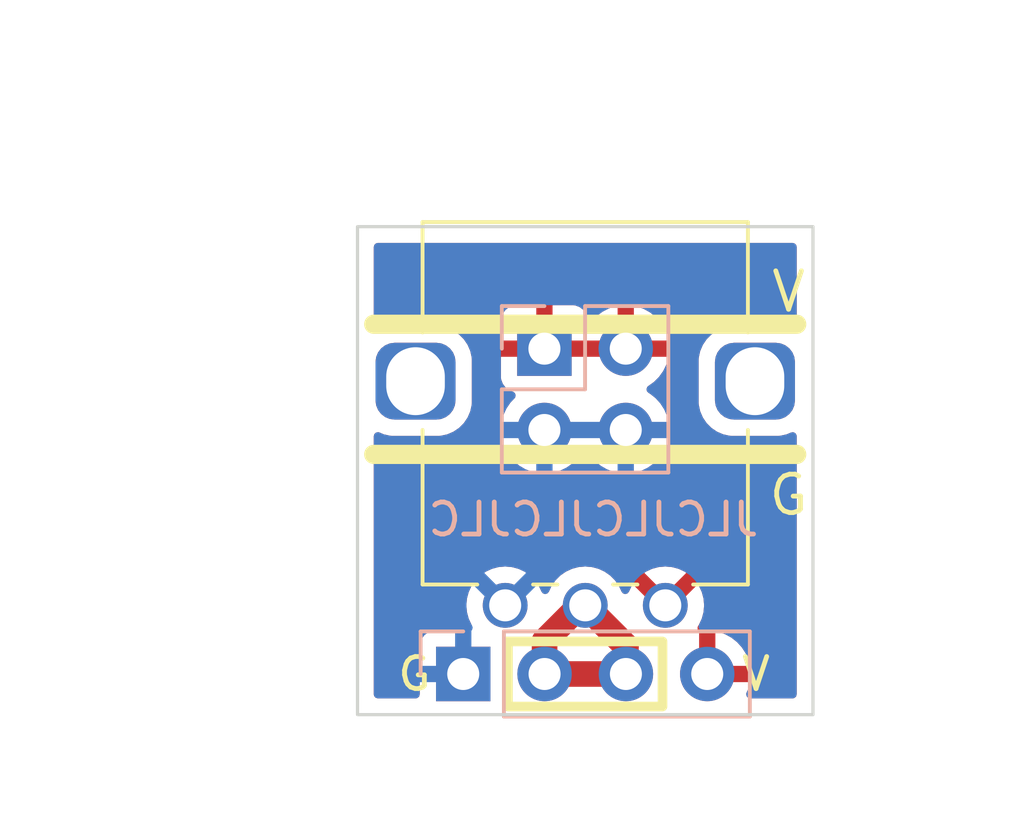
<source format=kicad_pcb>
(kicad_pcb (version 20211014) (generator pcbnew)
  (layers (0 "F.Cu" signal) (31 "B.Cu" signal) (34 "B.Paste" user) (35 "F.Paste" user) (36 "B.SilkS" user "B.Silkscreen") (37 "F.SilkS" user "F.Silkscreen") (38 "B.Mask" user) (39 "F.Mask" user) (44 "Edge.Cuts" user))
  (net 0 "")
  (net 1 "GND")
  (net 2 "/2")
  (net 3 "VDD")
  (footprint "Akiyuki_Footprint:ALPS_RK09D117000B" (layer "F.Cu") (at 107.95 60.706)
    (fp_text reference "RV1" hide)
    (fp_text value "ALPS_RK09D")
    (fp_line (start 5.08 -1.524) (end 5.08 -4.97) (layer "F.SilkS") (width 0.12))
    (fp_line (start -5.08 -1.524) (end -5.08 -4.97) (layer "F.SilkS") (width 0.12))
    (fp_line (start 5.08 6.35) (end 5.08 1.524) (layer "F.SilkS") (width 0.12))
    (fp_line (start 3.37 6.35) (end 5.08 6.35) (layer "F.SilkS") (width 0.12))
    (fp_line (start -5.08 -4.97) (end 5.08 -4.97) (layer "F.SilkS") (width 0.12))
    (fp_line (start -5.08 6.35) (end -3.371 6.35) (layer "F.SilkS") (width 0.12))
    (fp_line (start -1.629 6.35) (end -0.87 6.35) (layer "F.SilkS") (width 0.12))
    (fp_line (start 0.871 6.35) (end 1.63 6.35) (layer "F.SilkS") (width 0.12))
    (fp_line (start -5.08 6.35) (end -5.08 1.524) (layer "F.SilkS") (width 0.12))
    (pad "" thru_hole roundrect (at -5.3 0 90) (size 2.4 2.5) (drill oval 2.12 1.83) (layers *.Cu *.Mask))
    (pad "" thru_hole roundrect (at 5.3 0 90) (size 2.4 2.5) (drill oval 2.12 1.83) (layers *.Cu *.Mask))
    (pad "1" thru_hole circle (at -2.5 7 90) (size 1.4 1.4) (drill 1) (layers *.Cu *.Mask) (net 1 "GND"))
    (pad "2" thru_hole circle (at 0 7 90) (size 1.4 1.4) (drill 1) (layers *.Cu *.Mask) (net 2 "/2"))
    (pad "3" thru_hole circle (at 2.5 7 90) (size 1.4 1.4) (drill 1) (layers *.Cu *.Mask) (net 3 "VDD"))
  )
  (footprint "Connector_PinHeader_2.54mm:PinHeader_2x02_P2.54mm_Vertical" (layer "B.Cu") (at 106.675 59.69 -90)
    (fp_text reference "J1" hide)
    (fp_text value "Conn_02x02_Odd_Even")
    (fp_line (start -1.33 -3.87) (end 3.87 -3.87) (layer "B.SilkS") (width 0.12))
    (fp_line (start -1.33 -1.27) (end 1.27 -1.27) (layer "B.SilkS") (width 0.12))
    (fp_line (start -1.33 -1.27) (end -1.33 -3.87) (layer "B.SilkS") (width 0.12))
    (fp_line (start -1.33 0) (end -1.33 1.33) (layer "B.SilkS") (width 0.12))
    (fp_line (start -1.33 1.33) (end 0 1.33) (layer "B.SilkS") (width 0.12))
    (fp_line (start 3.87 1.33) (end 3.87 -3.87) (layer "B.SilkS") (width 0.12))
    (fp_line (start 1.27 1.33) (end 3.87 1.33) (layer "B.SilkS") (width 0.12))
    (fp_line (start 1.27 -1.27) (end 1.27 1.33) (layer "B.SilkS") (width 0.12))
    (pad "1" thru_hole rect (at 0 0 270) (size 1.7 1.7) (drill 1) (layers *.Cu *.Mask) (net 3 "VDD"))
    (pad "2" thru_hole oval (at 2.54 0 270) (size 1.7 1.7) (drill 1) (layers *.Cu *.Mask) (net 1 "GND"))
    (pad "3" thru_hole oval (at 0 -2.54 270) (size 1.7 1.7) (drill 1) (layers *.Cu *.Mask) (net 3 "VDD"))
    (pad "4" thru_hole oval (at 2.54 -2.54 270) (size 1.7 1.7) (drill 1) (layers *.Cu *.Mask) (net 1 "GND"))
  )
  (footprint "Connector_PinHeader_2.54mm:PinHeader_1x04_P2.54mm_Vertical" (layer "B.Cu") (at 104.14 69.85 -90)
    (fp_text reference "J2" hide)
    (fp_text value "Conn_01x04")
    (fp_line (start -1.33 -1.27) (end -1.33 -8.95) (layer "B.SilkS") (width 0.12))
    (fp_line (start -1.33 -1.27) (end 1.33 -1.27) (layer "B.SilkS") (width 0.12))
    (fp_line (start 1.33 -1.27) (end 1.33 -8.95) (layer "B.SilkS") (width 0.12))
    (fp_line (start -1.33 -8.95) (end 1.33 -8.95) (layer "B.SilkS") (width 0.12))
    (fp_line (start -1.33 1.33) (end 0 1.33) (layer "B.SilkS") (width 0.12))
    (fp_line (start -1.33 0) (end -1.33 1.33) (layer "B.SilkS") (width 0.12))
    (pad "1" thru_hole rect (at 0 0 270) (size 1.7 1.7) (drill 1) (layers *.Cu *.Mask) (net 1 "GND"))
    (pad "2" thru_hole oval (at 0 -2.54 270) (size 1.7 1.7) (drill 1) (layers *.Cu *.Mask) (net 2 "/2"))
    (pad "3" thru_hole oval (at 0 -5.08 270) (size 1.7 1.7) (drill 1) (layers *.Cu *.Mask) (net 2 "/2"))
    (pad "4" thru_hole oval (at 0 -7.62 270) (size 1.7 1.7) (drill 1) (layers *.Cu *.Mask) (net 3 "VDD"))
  )
  (gr_line (start 101.346 62.992) (end 114.554 62.992) (layer "F.SilkS") (width 0.6))
  (gr_line (start 101.346 58.928) (end 114.554 58.928) (layer "F.SilkS") (width 0.6))
  (gr_rect (start 105.537 68.834) (end 110.363 70.866) (layer "F.SilkS") (width 0.3) (fill none))
  (gr_rect (start 100.838 55.88) (end 115.062 71.12) (layer "Edge.Cuts") (width 0.1) (fill none))
  (gr_text "JLCJLCJLCJLC" (at 108.204 65.024) (layer "B.SilkS") (effects (font (size 1 1)) (justify mirror)))
  (gr_text "V" (at 113.284 69.85) (layer "F.SilkS") (effects (font (size 1 1))))
  (gr_text "V" (at 114.3 57.912) (layer "F.SilkS") (effects (font (size 1.2 1.2))))
  (gr_text "G" (at 102.616 69.85) (layer "F.SilkS") (effects (font (size 1 1))))
  (gr_text "G" (at 114.3 64.262) (layer "F.SilkS") (effects (font (size 1.2 1.2))))
  (segment (start 106.68 68.82) (end 106.68 69.85) (width 0.8) (layer "F.Cu") (net 2))
  (segment (start 106.68 69.85) (end 109.22 69.85) (width 0.8) (layer "F.Cu") (net 2))
  (segment (start 107.794 67.706) (end 106.68 68.82) (width 0.8) (layer "F.Cu") (net 2))
  (segment (start 109.22 69.85) (end 109.22 68.976) (width 0.8) (layer "F.Cu") (net 2))
  (segment (start 107.95 67.706) (end 107.794 67.706) (width 0.8) (layer "F.Cu") (net 2))
  (segment (start 109.22 68.976) (end 107.95 67.706) (width 0.8) (layer "F.Cu") (net 2))
  (zone (net 3) (net_name "VDD") (layer "F.Cu") (connect_pads (clearance 0.508)) (min_thickness 0.254) (fill yes (thermal_gap 0.508) (thermal_bridge_width 0.508))
    (polygon (pts (xy 115.57 72.39) (xy 100.33 72.39) (xy 100.33 54.61) (xy 115.57 54.61)))
  )
  (zone (net 1) (net_name "GND") (layer "B.Cu") (connect_pads (clearance 0.508)) (min_thickness 0.254) (fill yes (thermal_gap 0.508) (thermal_bridge_width 0.508))
    (polygon (pts (xy 115.57 72.39) (xy 100.33 72.39) (xy 100.33 54.61) (xy 115.57 54.61)))
  )
)
</source>
